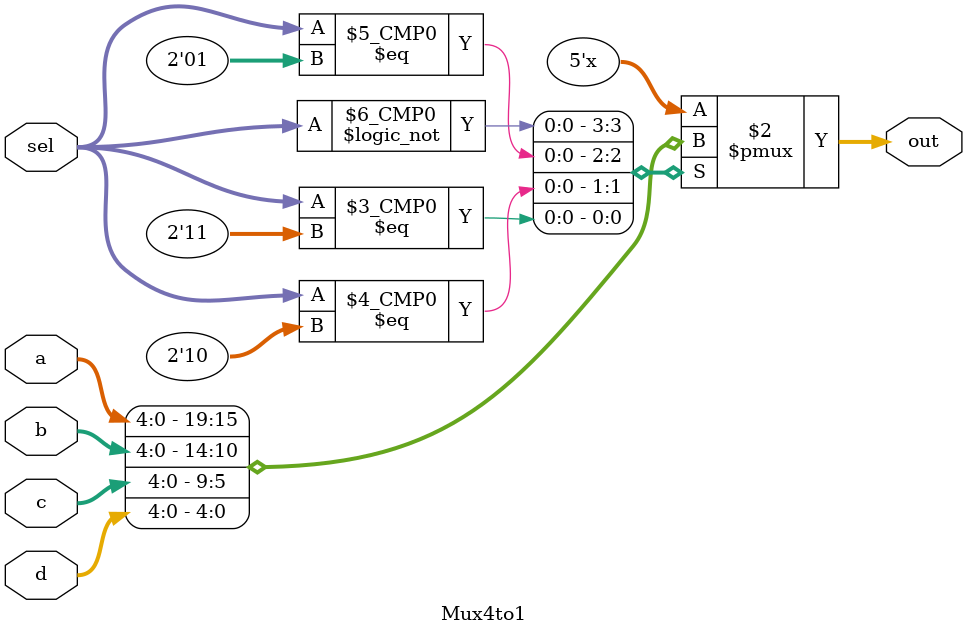
<source format=v>
module Mux4to1 #(parameter XLEN = 5) (
    input [XLEN - 1:0] a, b, c, d,
    input [1:0] sel,

    output reg [XLEN - 1:0] out
);

    always @(*) begin
        case (sel)
            2'b00  : out = a;
            2'b01  : out = b;
            2'b10  : out = c;
            2'b11  : out = d;
            default: out = 32'bx;
        endcase
    end
    
endmodule

</source>
